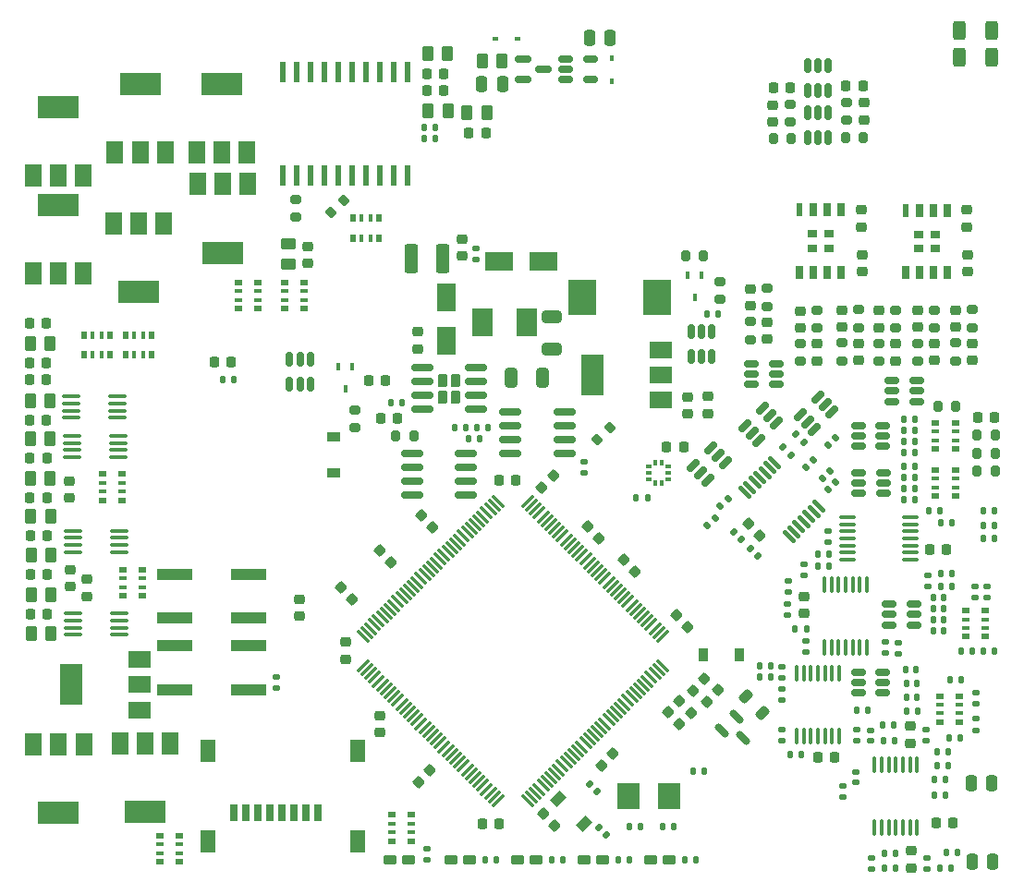
<source format=gbr>
%TF.GenerationSoftware,KiCad,Pcbnew,(6.0.1)*%
%TF.CreationDate,2023-05-16T01:36:19+01:00*%
%TF.ProjectId,polygonus-Shortage-Version,706f6c79-676f-46e7-9573-2d53686f7274,rev?*%
%TF.SameCoordinates,Original*%
%TF.FileFunction,Paste,Top*%
%TF.FilePolarity,Positive*%
%FSLAX46Y46*%
G04 Gerber Fmt 4.6, Leading zero omitted, Abs format (unit mm)*
G04 Created by KiCad (PCBNEW (6.0.1)) date 2023-05-16 01:36:19*
%MOMM*%
%LPD*%
G01*
G04 APERTURE LIST*
G04 Aperture macros list*
%AMRoundRect*
0 Rectangle with rounded corners*
0 $1 Rounding radius*
0 $2 $3 $4 $5 $6 $7 $8 $9 X,Y pos of 4 corners*
0 Add a 4 corners polygon primitive as box body*
4,1,4,$2,$3,$4,$5,$6,$7,$8,$9,$2,$3,0*
0 Add four circle primitives for the rounded corners*
1,1,$1+$1,$2,$3*
1,1,$1+$1,$4,$5*
1,1,$1+$1,$6,$7*
1,1,$1+$1,$8,$9*
0 Add four rect primitives between the rounded corners*
20,1,$1+$1,$2,$3,$4,$5,0*
20,1,$1+$1,$4,$5,$6,$7,0*
20,1,$1+$1,$6,$7,$8,$9,0*
20,1,$1+$1,$8,$9,$2,$3,0*%
%AMRotRect*
0 Rectangle, with rotation*
0 The origin of the aperture is its center*
0 $1 length*
0 $2 width*
0 $3 Rotation angle, in degrees counterclockwise*
0 Add horizontal line*
21,1,$1,$2,0,0,$3*%
G04 Aperture macros list end*
%ADD10RoundRect,0.225000X0.250000X-0.225000X0.250000X0.225000X-0.250000X0.225000X-0.250000X-0.225000X0*%
%ADD11RoundRect,0.135000X-0.135000X-0.185000X0.135000X-0.185000X0.135000X0.185000X-0.135000X0.185000X0*%
%ADD12RoundRect,0.135000X0.226274X0.035355X0.035355X0.226274X-0.226274X-0.035355X-0.035355X-0.226274X0*%
%ADD13RoundRect,0.100000X0.100000X-0.637500X0.100000X0.637500X-0.100000X0.637500X-0.100000X-0.637500X0*%
%ADD14RoundRect,0.100000X0.637500X0.100000X-0.637500X0.100000X-0.637500X-0.100000X0.637500X-0.100000X0*%
%ADD15R,0.650000X1.310000*%
%ADD16R,0.600000X1.310000*%
%ADD17R,0.900000X0.795000*%
%ADD18RoundRect,0.225000X-0.250000X0.225000X-0.250000X-0.225000X0.250000X-0.225000X0.250000X0.225000X0*%
%ADD19RoundRect,0.135000X-0.226274X-0.035355X-0.035355X-0.226274X0.226274X0.035355X0.035355X0.226274X0*%
%ADD20RoundRect,0.225000X-0.225000X-0.250000X0.225000X-0.250000X0.225000X0.250000X-0.225000X0.250000X0*%
%ADD21RoundRect,0.225000X0.017678X-0.335876X0.335876X-0.017678X-0.017678X0.335876X-0.335876X0.017678X0*%
%ADD22RoundRect,0.140000X-0.140000X-0.170000X0.140000X-0.170000X0.140000X0.170000X-0.140000X0.170000X0*%
%ADD23RoundRect,0.225000X0.335876X0.017678X0.017678X0.335876X-0.335876X-0.017678X-0.017678X-0.335876X0*%
%ADD24RoundRect,0.225000X-0.335876X-0.017678X-0.017678X-0.335876X0.335876X0.017678X0.017678X0.335876X0*%
%ADD25RoundRect,0.218750X0.424264X0.114905X0.114905X0.424264X-0.424264X-0.114905X-0.114905X-0.424264X0*%
%ADD26RoundRect,0.200000X0.200000X0.275000X-0.200000X0.275000X-0.200000X-0.275000X0.200000X-0.275000X0*%
%ADD27R,0.800000X0.500000*%
%ADD28R,0.800000X0.400000*%
%ADD29RoundRect,0.100000X0.521491X-0.380070X-0.380070X0.521491X-0.521491X0.380070X0.380070X-0.521491X0*%
%ADD30R,0.500000X0.800000*%
%ADD31R,0.400000X0.800000*%
%ADD32RoundRect,0.135000X0.135000X0.185000X-0.135000X0.185000X-0.135000X-0.185000X0.135000X-0.185000X0*%
%ADD33RoundRect,0.225000X0.225000X0.250000X-0.225000X0.250000X-0.225000X-0.250000X0.225000X-0.250000X0*%
%ADD34RoundRect,0.075000X0.521491X-0.415425X-0.415425X0.521491X-0.521491X0.415425X0.415425X-0.521491X0*%
%ADD35RoundRect,0.075000X0.521491X0.415425X0.415425X0.521491X-0.521491X-0.415425X-0.415425X-0.521491X0*%
%ADD36RoundRect,0.250000X-0.325000X-0.650000X0.325000X-0.650000X0.325000X0.650000X-0.325000X0.650000X0*%
%ADD37RoundRect,0.200000X-0.200000X-0.275000X0.200000X-0.275000X0.200000X0.275000X-0.200000X0.275000X0*%
%ADD38RoundRect,0.140000X0.140000X0.170000X-0.140000X0.170000X-0.140000X-0.170000X0.140000X-0.170000X0*%
%ADD39R,2.500000X1.800000*%
%ADD40RoundRect,0.250000X-0.262500X-0.450000X0.262500X-0.450000X0.262500X0.450000X-0.262500X0.450000X0*%
%ADD41RoundRect,0.100000X0.712500X0.100000X-0.712500X0.100000X-0.712500X-0.100000X0.712500X-0.100000X0*%
%ADD42RoundRect,0.212500X0.400000X0.212500X-0.400000X0.212500X-0.400000X-0.212500X0.400000X-0.212500X0*%
%ADD43RoundRect,0.135000X-0.185000X0.135000X-0.185000X-0.135000X0.185000X-0.135000X0.185000X0.135000X0*%
%ADD44RoundRect,0.200000X-0.275000X0.200000X-0.275000X-0.200000X0.275000X-0.200000X0.275000X0.200000X0*%
%ADD45RoundRect,0.200000X0.275000X-0.200000X0.275000X0.200000X-0.275000X0.200000X-0.275000X-0.200000X0*%
%ADD46R,1.200000X0.900000*%
%ADD47RoundRect,0.250000X0.312500X0.625000X-0.312500X0.625000X-0.312500X-0.625000X0.312500X-0.625000X0*%
%ADD48RoundRect,0.250000X-0.312500X-0.625000X0.312500X-0.625000X0.312500X0.625000X-0.312500X0.625000X0*%
%ADD49RoundRect,0.150000X0.150000X-0.512500X0.150000X0.512500X-0.150000X0.512500X-0.150000X-0.512500X0*%
%ADD50R,0.450000X0.700000*%
%ADD51RoundRect,0.135000X0.185000X-0.135000X0.185000X0.135000X-0.185000X0.135000X-0.185000X-0.135000X0*%
%ADD52R,2.500000X3.300000*%
%ADD53RoundRect,0.135000X-0.035355X0.226274X-0.226274X0.035355X0.035355X-0.226274X0.226274X-0.035355X0*%
%ADD54RoundRect,0.135000X0.035355X-0.226274X0.226274X-0.035355X-0.035355X0.226274X-0.226274X0.035355X0*%
%ADD55RoundRect,0.150000X0.512500X0.150000X-0.512500X0.150000X-0.512500X-0.150000X0.512500X-0.150000X0*%
%ADD56RoundRect,0.140000X-0.170000X0.140000X-0.170000X-0.140000X0.170000X-0.140000X0.170000X0.140000X0*%
%ADD57RoundRect,0.140000X0.170000X-0.140000X0.170000X0.140000X-0.170000X0.140000X-0.170000X-0.140000X0*%
%ADD58RoundRect,0.100000X-0.100000X0.637500X-0.100000X-0.637500X0.100000X-0.637500X0.100000X0.637500X0*%
%ADD59R,2.000000X1.500000*%
%ADD60R,2.000000X3.800000*%
%ADD61R,2.000000X2.400000*%
%ADD62RoundRect,0.230000X-0.230000X-0.375000X0.230000X-0.375000X0.230000X0.375000X-0.230000X0.375000X0*%
%ADD63RoundRect,0.150000X-0.825000X-0.150000X0.825000X-0.150000X0.825000X0.150000X-0.825000X0.150000X0*%
%ADD64R,1.800000X2.500000*%
%ADD65RoundRect,0.150000X-0.150000X0.512500X-0.150000X-0.512500X0.150000X-0.512500X0.150000X0.512500X0*%
%ADD66RoundRect,0.250000X0.375000X1.075000X-0.375000X1.075000X-0.375000X-1.075000X0.375000X-1.075000X0*%
%ADD67RoundRect,0.200000X-0.053033X0.335876X-0.335876X0.053033X0.053033X-0.335876X0.335876X-0.053033X0*%
%ADD68R,1.900000X2.500000*%
%ADD69RoundRect,0.250000X-0.650000X0.325000X-0.650000X-0.325000X0.650000X-0.325000X0.650000X0.325000X0*%
%ADD70RoundRect,0.250000X-0.250000X-0.475000X0.250000X-0.475000X0.250000X0.475000X-0.250000X0.475000X0*%
%ADD71R,0.800000X1.500000*%
%ADD72R,1.450000X2.000000*%
%ADD73RoundRect,0.250000X-0.450000X0.262500X-0.450000X-0.262500X0.450000X-0.262500X0.450000X0.262500X0*%
%ADD74RoundRect,0.150000X-0.521491X0.309359X0.309359X-0.521491X0.521491X-0.309359X-0.309359X0.521491X0*%
%ADD75RoundRect,0.100000X-0.100000X0.175000X-0.100000X-0.175000X0.100000X-0.175000X0.100000X0.175000X0*%
%ADD76RoundRect,0.100000X-0.175000X0.100000X-0.175000X-0.100000X0.175000X-0.100000X0.175000X0.100000X0*%
%ADD77R,3.200000X1.000000*%
%ADD78R,0.900000X1.200000*%
%ADD79RotRect,0.900000X1.200000X315.000000*%
%ADD80R,0.450000X0.600000*%
%ADD81RoundRect,0.150000X-0.512500X-0.150000X0.512500X-0.150000X0.512500X0.150000X-0.512500X0.150000X0*%
%ADD82R,1.500000X2.000000*%
%ADD83R,3.800000X2.000000*%
%ADD84RoundRect,0.150000X0.256326X0.468458X-0.468458X-0.256326X-0.256326X-0.468458X0.468458X0.256326X0*%
%ADD85R,0.550000X1.950000*%
%ADD86RoundRect,0.200000X0.053033X-0.335876X0.335876X-0.053033X-0.053033X0.335876X-0.335876X0.053033X0*%
%ADD87RoundRect,0.250000X0.250000X0.475000X-0.250000X0.475000X-0.250000X-0.475000X0.250000X-0.475000X0*%
%ADD88RoundRect,0.150000X-0.587500X-0.150000X0.587500X-0.150000X0.587500X0.150000X-0.587500X0.150000X0*%
%ADD89R,0.600000X0.450000*%
%ADD90RoundRect,0.150000X0.825000X0.150000X-0.825000X0.150000X-0.825000X-0.150000X0.825000X-0.150000X0*%
G04 APERTURE END LIST*
D10*
%TO.C,C2*%
X140279326Y-82139052D03*
X140279326Y-80589052D03*
%TD*%
D11*
%TO.C,R76*%
X151406975Y-106610683D03*
X152426975Y-106610683D03*
%TD*%
%TO.C,R77*%
X151418194Y-105421414D03*
X152438194Y-105421414D03*
%TD*%
%TO.C,R78*%
X151395755Y-104030194D03*
X152415755Y-104030194D03*
%TD*%
D12*
%TO.C,R4*%
X116838124Y-133803124D03*
X116116876Y-133081876D03*
%TD*%
D13*
%TO.C,U19*%
X136816000Y-116556500D03*
X137466000Y-116556500D03*
X138116000Y-116556500D03*
X138766000Y-116556500D03*
X139416000Y-116556500D03*
X140066000Y-116556500D03*
X140716000Y-116556500D03*
X140716000Y-110831500D03*
X140066000Y-110831500D03*
X139416000Y-110831500D03*
X138766000Y-110831500D03*
X138116000Y-110831500D03*
X137466000Y-110831500D03*
X136816000Y-110831500D03*
%TD*%
D14*
%TO.C,U21*%
X144676500Y-108532000D03*
X144676500Y-107882000D03*
X144676500Y-107232000D03*
X144676500Y-106582000D03*
X144676500Y-105932000D03*
X144676500Y-105282000D03*
X144676500Y-104632000D03*
X138951500Y-104632000D03*
X138951500Y-105282000D03*
X138951500Y-105932000D03*
X138951500Y-106582000D03*
X138951500Y-107232000D03*
X138951500Y-107882000D03*
X138951500Y-108532000D03*
%TD*%
D15*
%TO.C,U1*%
X148090671Y-76525877D03*
X146820671Y-76525877D03*
X145550671Y-76525877D03*
D16*
X144280671Y-76525877D03*
D15*
X144280671Y-82215877D03*
X145550671Y-82215877D03*
X146820671Y-82215877D03*
X148090671Y-82215877D03*
D17*
X146935671Y-78708377D03*
X145435671Y-80033377D03*
X146935671Y-80033377D03*
X145435671Y-78708377D03*
%TD*%
D15*
%TO.C,U2*%
X138359142Y-76488011D03*
X137089142Y-76488011D03*
X135819142Y-76488011D03*
D16*
X134549142Y-76488011D03*
D15*
X134549142Y-82178011D03*
X135819142Y-82178011D03*
X137089142Y-82178011D03*
X138359142Y-82178011D03*
D17*
X137204142Y-79995511D03*
X135704142Y-78670511D03*
X135704142Y-79995511D03*
X137204142Y-78670511D03*
%TD*%
D18*
%TO.C,C3*%
X149815912Y-76489231D03*
X149815912Y-78039231D03*
%TD*%
D10*
%TO.C,C5*%
X149970368Y-82112502D03*
X149970368Y-80562502D03*
%TD*%
D18*
%TO.C,C9*%
X140172736Y-76472402D03*
X140172736Y-78022402D03*
%TD*%
D19*
%TO.C,R1*%
X115291376Y-129081376D03*
X116012624Y-129802624D03*
%TD*%
D20*
%TO.C,C46*%
X136213000Y-126648000D03*
X137763000Y-126648000D03*
%TD*%
D10*
%TO.C,C51*%
X134956000Y-113453000D03*
X134956000Y-111903000D03*
%TD*%
D20*
%TO.C,C56*%
X146470266Y-107582392D03*
X148020266Y-107582392D03*
%TD*%
D21*
%TO.C,C77*%
X110912992Y-101923008D03*
X112009008Y-100826992D03*
%TD*%
D22*
%TO.C,C74*%
X118982000Y-132998000D03*
X119942000Y-132998000D03*
%TD*%
D20*
%TO.C,C61*%
X107003000Y-101248000D03*
X108553000Y-101248000D03*
%TD*%
D23*
%TO.C,C64*%
X123566008Y-123640008D03*
X122469992Y-122543992D03*
%TD*%
%TO.C,C65*%
X124328008Y-114750008D03*
X123231992Y-113653992D03*
%TD*%
D24*
%TO.C,C66*%
X99863992Y-104509992D03*
X100960008Y-105606008D03*
%TD*%
D21*
%TO.C,C81*%
X124755992Y-120592008D03*
X125852008Y-119495992D03*
%TD*%
%TO.C,C82*%
X126025992Y-121608008D03*
X127122008Y-120511992D03*
%TD*%
D23*
%TO.C,C40*%
X130932008Y-106368008D03*
X129835992Y-105271992D03*
%TD*%
D25*
%TO.C,FB1*%
X131135301Y-122573301D03*
X129632699Y-121070699D03*
%TD*%
D11*
%TO.C,R75*%
X147478315Y-109819465D03*
X148498315Y-109819465D03*
%TD*%
%TO.C,R89*%
X124794000Y-127918000D03*
X125814000Y-127918000D03*
%TD*%
D26*
%TO.C,R39*%
X152479537Y-100370684D03*
X150829537Y-100370684D03*
%TD*%
%TO.C,R40*%
X152445878Y-98788732D03*
X150795878Y-98788732D03*
%TD*%
%TO.C,R41*%
X152457098Y-97128243D03*
X150807098Y-97128243D03*
%TD*%
%TO.C,R42*%
X148862000Y-94517000D03*
X147212000Y-94517000D03*
%TD*%
D27*
%TO.C,RN2*%
X149163074Y-123430926D03*
D28*
X149163074Y-122630926D03*
X149163074Y-121830926D03*
D27*
X149163074Y-121030926D03*
X147363074Y-121030926D03*
D28*
X147363074Y-121830926D03*
X147363074Y-122630926D03*
D27*
X147363074Y-123430926D03*
%TD*%
%TO.C,RN3*%
X151577709Y-115605074D03*
D28*
X151577709Y-114805074D03*
X151577709Y-114005074D03*
D27*
X151577709Y-113205074D03*
X149777709Y-113205074D03*
D28*
X149777709Y-114005074D03*
X149777709Y-114805074D03*
D27*
X149777709Y-115605074D03*
%TD*%
%TO.C,RN4*%
X148810000Y-102702000D03*
D28*
X148810000Y-101902000D03*
X148810000Y-101102000D03*
D27*
X148810000Y-100302000D03*
X147010000Y-100302000D03*
D28*
X147010000Y-101102000D03*
X147010000Y-101902000D03*
D27*
X147010000Y-102702000D03*
%TD*%
%TO.C,RN1*%
X148810000Y-98384000D03*
D28*
X148810000Y-97584000D03*
X148810000Y-96784000D03*
D27*
X148810000Y-95984000D03*
X147010000Y-95984000D03*
D28*
X147010000Y-96784000D03*
X147010000Y-97584000D03*
D27*
X147010000Y-98384000D03*
%TD*%
D29*
%TO.C,U15*%
X133569235Y-106428951D03*
X134028854Y-105969332D03*
X134488474Y-105509713D03*
X134948093Y-105050093D03*
X135407713Y-104590474D03*
X135867332Y-104130854D03*
X136326951Y-103671235D03*
X132278765Y-99623049D03*
X131819146Y-100082668D03*
X131359526Y-100542287D03*
X130899907Y-101001907D03*
X130440287Y-101461526D03*
X129980668Y-101921146D03*
X129521049Y-102380765D03*
%TD*%
D20*
%TO.C,C83*%
X80938462Y-90384858D03*
X82488462Y-90384858D03*
%TD*%
D11*
%TO.C,R98*%
X81676730Y-92033125D03*
X82696730Y-92033125D03*
%TD*%
D18*
%TO.C,C85*%
X89494413Y-79815297D03*
X89494413Y-81365297D03*
%TD*%
D20*
%TO.C,C86*%
X104247164Y-69398713D03*
X105797164Y-69398713D03*
%TD*%
D30*
%TO.C,RN11*%
X96026175Y-77253732D03*
D31*
X95226175Y-77253732D03*
X94426175Y-77253732D03*
D30*
X93626175Y-77253732D03*
X93626175Y-79053732D03*
D31*
X94426175Y-79053732D03*
X95226175Y-79053732D03*
D30*
X96026175Y-79053732D03*
%TD*%
D18*
%TO.C,C84*%
X126130133Y-93586905D03*
X126130133Y-95136905D03*
%TD*%
D32*
%TO.C,R97*%
X127084000Y-86008000D03*
X126064000Y-86008000D03*
%TD*%
D13*
%TO.C,U17*%
X134276000Y-124684500D03*
X134926000Y-124684500D03*
X135576000Y-124684500D03*
X136226000Y-124684500D03*
X136876000Y-124684500D03*
X137526000Y-124684500D03*
X138176000Y-124684500D03*
X138176000Y-118959500D03*
X137526000Y-118959500D03*
X136876000Y-118959500D03*
X136226000Y-118959500D03*
X135576000Y-118959500D03*
X134926000Y-118959500D03*
X134276000Y-118959500D03*
%TD*%
D24*
%TO.C,C67*%
X96053992Y-107710392D03*
X97150008Y-108806408D03*
%TD*%
D23*
%TO.C,C68*%
X119502008Y-109670008D03*
X118405992Y-108573992D03*
%TD*%
D18*
%TO.C,C69*%
X96094000Y-122825000D03*
X96094000Y-124375000D03*
%TD*%
D33*
%TO.C,C71*%
X107029000Y-132744000D03*
X105479000Y-132744000D03*
%TD*%
D10*
%TO.C,C73*%
X92919000Y-117644000D03*
X92919000Y-116094000D03*
%TD*%
D21*
%TO.C,C76*%
X116373992Y-127450008D03*
X117470008Y-126353992D03*
%TD*%
D34*
%TO.C,U26*%
X109628342Y-130644710D03*
X109981895Y-130291157D03*
X110335449Y-129937604D03*
X110689002Y-129584050D03*
X111042555Y-129230497D03*
X111396109Y-128876943D03*
X111749662Y-128523390D03*
X112103215Y-128169837D03*
X112456769Y-127816283D03*
X112810322Y-127462730D03*
X113163876Y-127109176D03*
X113517429Y-126755623D03*
X113870982Y-126402070D03*
X114224536Y-126048516D03*
X114578089Y-125694963D03*
X114931643Y-125341410D03*
X115285196Y-124987856D03*
X115638749Y-124634303D03*
X115992303Y-124280749D03*
X116345856Y-123927196D03*
X116699410Y-123573643D03*
X117052963Y-123220089D03*
X117406516Y-122866536D03*
X117760070Y-122512982D03*
X118113623Y-122159429D03*
X118467176Y-121805876D03*
X118820730Y-121452322D03*
X119174283Y-121098769D03*
X119527837Y-120745215D03*
X119881390Y-120391662D03*
X120234943Y-120038109D03*
X120588497Y-119684555D03*
X120942050Y-119331002D03*
X121295604Y-118977449D03*
X121649157Y-118623895D03*
X122002710Y-118270342D03*
D35*
X122002710Y-115565658D03*
X121649157Y-115212105D03*
X121295604Y-114858551D03*
X120942050Y-114504998D03*
X120588497Y-114151445D03*
X120234943Y-113797891D03*
X119881390Y-113444338D03*
X119527837Y-113090785D03*
X119174283Y-112737231D03*
X118820730Y-112383678D03*
X118467176Y-112030124D03*
X118113623Y-111676571D03*
X117760070Y-111323018D03*
X117406516Y-110969464D03*
X117052963Y-110615911D03*
X116699410Y-110262357D03*
X116345856Y-109908804D03*
X115992303Y-109555251D03*
X115638749Y-109201697D03*
X115285196Y-108848144D03*
X114931643Y-108494590D03*
X114578089Y-108141037D03*
X114224536Y-107787484D03*
X113870982Y-107433930D03*
X113517429Y-107080377D03*
X113163876Y-106726824D03*
X112810322Y-106373270D03*
X112456769Y-106019717D03*
X112103215Y-105666163D03*
X111749662Y-105312610D03*
X111396109Y-104959057D03*
X111042555Y-104605503D03*
X110689002Y-104251950D03*
X110335449Y-103898396D03*
X109981895Y-103544843D03*
X109628342Y-103191290D03*
D34*
X106923658Y-103191290D03*
X106570105Y-103544843D03*
X106216551Y-103898396D03*
X105862998Y-104251950D03*
X105509445Y-104605503D03*
X105155891Y-104959057D03*
X104802338Y-105312610D03*
X104448785Y-105666163D03*
X104095231Y-106019717D03*
X103741678Y-106373270D03*
X103388124Y-106726824D03*
X103034571Y-107080377D03*
X102681018Y-107433930D03*
X102327464Y-107787484D03*
X101973911Y-108141037D03*
X101620357Y-108494590D03*
X101266804Y-108848144D03*
X100913251Y-109201697D03*
X100559697Y-109555251D03*
X100206144Y-109908804D03*
X99852590Y-110262357D03*
X99499037Y-110615911D03*
X99145484Y-110969464D03*
X98791930Y-111323018D03*
X98438377Y-111676571D03*
X98084824Y-112030124D03*
X97731270Y-112383678D03*
X97377717Y-112737231D03*
X97024163Y-113090785D03*
X96670610Y-113444338D03*
X96317057Y-113797891D03*
X95963503Y-114151445D03*
X95609950Y-114504998D03*
X95256396Y-114858551D03*
X94902843Y-115212105D03*
X94549290Y-115565658D03*
D35*
X94549290Y-118270342D03*
X94902843Y-118623895D03*
X95256396Y-118977449D03*
X95609950Y-119331002D03*
X95963503Y-119684555D03*
X96317057Y-120038109D03*
X96670610Y-120391662D03*
X97024163Y-120745215D03*
X97377717Y-121098769D03*
X97731270Y-121452322D03*
X98084824Y-121805876D03*
X98438377Y-122159429D03*
X98791930Y-122512982D03*
X99145484Y-122866536D03*
X99499037Y-123220089D03*
X99852590Y-123573643D03*
X100206144Y-123927196D03*
X100559697Y-124280749D03*
X100913251Y-124634303D03*
X101266804Y-124987856D03*
X101620357Y-125341410D03*
X101973911Y-125694963D03*
X102327464Y-126048516D03*
X102681018Y-126402070D03*
X103034571Y-126755623D03*
X103388124Y-127109176D03*
X103741678Y-127462730D03*
X104095231Y-127816283D03*
X104448785Y-128169837D03*
X104802338Y-128523390D03*
X105155891Y-128876943D03*
X105509445Y-129230497D03*
X105862998Y-129584050D03*
X106216551Y-129937604D03*
X106570105Y-130291157D03*
X106923658Y-130644710D03*
%TD*%
D33*
%TO.C,C7*%
X96615000Y-92104000D03*
X95065000Y-92104000D03*
%TD*%
D36*
%TO.C,C12*%
X108081000Y-91850000D03*
X111031000Y-91850000D03*
%TD*%
D37*
%TO.C,R9*%
X124098000Y-80674000D03*
X125748000Y-80674000D03*
%TD*%
D38*
%TO.C,C75*%
X122990000Y-132998000D03*
X122030000Y-132998000D03*
%TD*%
D23*
%TO.C,C62*%
X116200008Y-106622008D03*
X115103992Y-105525992D03*
%TD*%
D27*
%TO.C,RN10*%
X77714751Y-136243729D03*
D28*
X77714751Y-135443729D03*
X77714751Y-134643729D03*
D27*
X77714751Y-133843729D03*
X75914751Y-133843729D03*
D28*
X75914751Y-134643729D03*
X75914751Y-135443729D03*
D27*
X75914751Y-136243729D03*
%TD*%
D30*
%TO.C,RN6*%
X72803547Y-89770414D03*
D31*
X73603547Y-89770414D03*
X74403547Y-89770414D03*
D30*
X75203547Y-89770414D03*
X75203547Y-87970414D03*
D31*
X74403547Y-87970414D03*
X73603547Y-87970414D03*
D30*
X72803547Y-87970414D03*
%TD*%
%TO.C,RN8*%
X68983013Y-89770414D03*
D31*
X69783013Y-89770414D03*
X70583013Y-89770414D03*
D30*
X71383013Y-89770414D03*
X71383013Y-87970414D03*
D31*
X70583013Y-87970414D03*
X69783013Y-87970414D03*
D30*
X68983013Y-87970414D03*
%TD*%
D10*
%TO.C,C4*%
X103587000Y-80687000D03*
X103587000Y-79137000D03*
%TD*%
D39*
%TO.C,D2*%
X107048000Y-81182000D03*
X111048000Y-81182000D03*
%TD*%
D27*
%TO.C,RN5*%
X89168921Y-85521111D03*
D28*
X89168921Y-84721111D03*
X89168921Y-83921111D03*
D27*
X89168921Y-83121111D03*
X87368921Y-83121111D03*
D28*
X87368921Y-83921111D03*
X87368921Y-84721111D03*
D27*
X87368921Y-85521111D03*
%TD*%
%TO.C,RN7*%
X84900059Y-85521111D03*
D28*
X84900059Y-84721111D03*
X84900059Y-83921111D03*
D27*
X84900059Y-83121111D03*
X83100059Y-83121111D03*
D28*
X83100059Y-83921111D03*
X83100059Y-84721111D03*
D27*
X83100059Y-85521111D03*
%TD*%
%TO.C,RN9*%
X97208197Y-131943853D03*
D28*
X97208197Y-132743853D03*
X97208197Y-133543853D03*
D27*
X97208197Y-134343853D03*
X99008197Y-134343853D03*
D28*
X99008197Y-133543853D03*
X99008197Y-132743853D03*
D27*
X99008197Y-131943853D03*
%TD*%
D10*
%TO.C,C91*%
X67693944Y-111022409D03*
X67693944Y-109472409D03*
%TD*%
D20*
%TO.C,C93*%
X64087605Y-113499835D03*
X65637605Y-113499835D03*
%TD*%
%TO.C,C94*%
X64087605Y-109926207D03*
X65637605Y-109926207D03*
%TD*%
D18*
%TO.C,C92*%
X69233852Y-110344871D03*
X69233852Y-111894871D03*
%TD*%
D20*
%TO.C,C95*%
X64074610Y-106378569D03*
X65624610Y-106378569D03*
%TD*%
%TO.C,C96*%
X64035625Y-102830930D03*
X65585625Y-102830930D03*
%TD*%
D10*
%TO.C,C97*%
X67647411Y-102854419D03*
X67647411Y-101304419D03*
%TD*%
D20*
%TO.C,C99*%
X64030925Y-99257302D03*
X65580925Y-99257302D03*
%TD*%
%TO.C,C100*%
X64004935Y-95722659D03*
X65554935Y-95722659D03*
%TD*%
%TO.C,C98*%
X63990668Y-86902919D03*
X65540668Y-86902919D03*
%TD*%
%TO.C,C101*%
X63996640Y-92072110D03*
X65546640Y-92072110D03*
%TD*%
%TO.C,C102*%
X63978945Y-90512709D03*
X65528945Y-90512709D03*
%TD*%
D40*
%TO.C,R108*%
X64145031Y-115280152D03*
X65970031Y-115280152D03*
%TD*%
%TO.C,R109*%
X64145031Y-111719518D03*
X65970031Y-111719518D03*
%TD*%
%TO.C,R110*%
X64132036Y-108158885D03*
X65957036Y-108158885D03*
%TD*%
%TO.C,R111*%
X64121890Y-104598252D03*
X65946890Y-104598252D03*
%TD*%
%TO.C,R112*%
X64082905Y-101050614D03*
X65907905Y-101050614D03*
%TD*%
%TO.C,R113*%
X64080056Y-97476986D03*
X65905056Y-97476986D03*
%TD*%
%TO.C,R114*%
X64069910Y-93943392D03*
X65894910Y-93943392D03*
%TD*%
%TO.C,R115*%
X64048093Y-88696231D03*
X65873093Y-88696231D03*
%TD*%
D41*
%TO.C,U42*%
X72243008Y-115432792D03*
X72243008Y-114782792D03*
X72243008Y-114132792D03*
X72243008Y-113482792D03*
X68018008Y-113482792D03*
X68018008Y-114132792D03*
X68018008Y-114782792D03*
X68018008Y-115432792D03*
%TD*%
%TO.C,U43*%
X72243008Y-107850203D03*
X72243008Y-107200203D03*
X72243008Y-106550203D03*
X72243008Y-105900203D03*
X68018008Y-105900203D03*
X68018008Y-106550203D03*
X68018008Y-107200203D03*
X68018008Y-107850203D03*
%TD*%
%TO.C,U44*%
X72157730Y-99145795D03*
X72157730Y-98495795D03*
X72157730Y-97845795D03*
X72157730Y-97195795D03*
X67932730Y-97195795D03*
X67932730Y-97845795D03*
X67932730Y-98495795D03*
X67932730Y-99145795D03*
%TD*%
%TO.C,U45*%
X72074073Y-95540053D03*
X72074073Y-94890053D03*
X72074073Y-94240053D03*
X72074073Y-93590053D03*
X67849073Y-93590053D03*
X67849073Y-94240053D03*
X67849073Y-94890053D03*
X67849073Y-95540053D03*
%TD*%
D42*
%TO.C,D9*%
X98684500Y-136046000D03*
X97059500Y-136046000D03*
%TD*%
D43*
%TO.C,R91*%
X100412000Y-135028000D03*
X100412000Y-136048000D03*
%TD*%
D27*
%TO.C,RN12*%
X74340463Y-111864298D03*
D28*
X74340463Y-111064298D03*
X74340463Y-110264298D03*
D27*
X74340463Y-109464298D03*
X72540463Y-109464298D03*
D28*
X72540463Y-110264298D03*
X72540463Y-111064298D03*
D27*
X72540463Y-111864298D03*
%TD*%
%TO.C,RN13*%
X70692447Y-100694240D03*
D28*
X70692447Y-101494240D03*
X70692447Y-102294240D03*
D27*
X70692447Y-103094240D03*
X72492447Y-103094240D03*
D28*
X72492447Y-102294240D03*
X72492447Y-101494240D03*
D27*
X72492447Y-100694240D03*
%TD*%
D10*
%TO.C,C28*%
X138445903Y-87221526D03*
X138445903Y-85671526D03*
%TD*%
%TO.C,C35*%
X131595940Y-88309373D03*
X131595940Y-86759373D03*
%TD*%
%TO.C,C30*%
X143368196Y-90313500D03*
X143368196Y-88763500D03*
%TD*%
%TO.C,C25*%
X148832828Y-87227287D03*
X148832828Y-85677287D03*
%TD*%
%TO.C,C31*%
X150356828Y-90275287D03*
X150356828Y-88725287D03*
%TD*%
%TO.C,C26*%
X145356632Y-87243294D03*
X145356632Y-85693294D03*
%TD*%
%TO.C,C32*%
X146880632Y-90291294D03*
X146880632Y-88741294D03*
%TD*%
%TO.C,C27*%
X134625131Y-87274915D03*
X134625131Y-85724915D03*
%TD*%
%TO.C,C33*%
X136157702Y-90313175D03*
X136157702Y-88763175D03*
%TD*%
D44*
%TO.C,R27*%
X139969903Y-85621526D03*
X139969903Y-87271526D03*
%TD*%
D45*
%TO.C,R33*%
X138445903Y-90319526D03*
X138445903Y-88669526D03*
%TD*%
D44*
%TO.C,R28*%
X131595940Y-83661373D03*
X131595940Y-85311373D03*
%TD*%
D45*
%TO.C,R34*%
X130071940Y-88359373D03*
X130071940Y-86709373D03*
%TD*%
D44*
%TO.C,R23*%
X143368196Y-85665500D03*
X143368196Y-87315500D03*
%TD*%
D45*
%TO.C,R29*%
X141844196Y-90363500D03*
X141844196Y-88713500D03*
%TD*%
D44*
%TO.C,R24*%
X150356828Y-85627287D03*
X150356828Y-87277287D03*
%TD*%
D45*
%TO.C,R30*%
X148832828Y-90325287D03*
X148832828Y-88675287D03*
%TD*%
D44*
%TO.C,R25*%
X146880632Y-85643294D03*
X146880632Y-87293294D03*
%TD*%
D45*
%TO.C,R31*%
X145356632Y-90341294D03*
X145356632Y-88691294D03*
%TD*%
D44*
%TO.C,R26*%
X136157702Y-85665175D03*
X136157702Y-87315175D03*
%TD*%
D20*
%TO.C,C41*%
X150879537Y-95467754D03*
X152429537Y-95467754D03*
%TD*%
D45*
%TO.C,R32*%
X134633702Y-90363175D03*
X134633702Y-88713175D03*
%TD*%
D10*
%TO.C,C24*%
X141844196Y-87265500D03*
X141844196Y-85715500D03*
%TD*%
%TO.C,C29*%
X130071940Y-85261373D03*
X130071940Y-83711373D03*
%TD*%
%TO.C,C34*%
X139969903Y-90269526D03*
X139969903Y-88719526D03*
%TD*%
D23*
%TO.C,C78*%
X93594008Y-112210008D03*
X92497992Y-111113992D03*
%TD*%
D21*
%TO.C,C72*%
X99609992Y-128974008D03*
X100706008Y-127877992D03*
%TD*%
D46*
%TO.C,D14*%
X91873462Y-100575405D03*
X91873462Y-97275405D03*
%TD*%
D47*
%TO.C,F2*%
X152110448Y-60060439D03*
X149185448Y-60060439D03*
%TD*%
D48*
%TO.C,F1*%
X149185448Y-62483854D03*
X152110448Y-62483854D03*
%TD*%
D42*
%TO.C,D10*%
X104272500Y-136046000D03*
X102647500Y-136046000D03*
%TD*%
%TO.C,D11*%
X110368500Y-136046000D03*
X108743500Y-136046000D03*
%TD*%
%TO.C,D12*%
X116464500Y-136046000D03*
X114839500Y-136046000D03*
%TD*%
%TO.C,D13*%
X122560500Y-136046000D03*
X120935500Y-136046000D03*
%TD*%
D32*
%TO.C,R92*%
X106764000Y-136046000D03*
X105744000Y-136046000D03*
%TD*%
%TO.C,R93*%
X112860000Y-136046000D03*
X111840000Y-136046000D03*
%TD*%
%TO.C,R94*%
X118956000Y-136046000D03*
X117936000Y-136046000D03*
%TD*%
%TO.C,R95*%
X125052000Y-136046000D03*
X124032000Y-136046000D03*
%TD*%
D49*
%TO.C,U27*%
X87825201Y-92475917D03*
X88775201Y-92475917D03*
X89725201Y-92475917D03*
X89725201Y-90200917D03*
X88775201Y-90200917D03*
X87825201Y-90200917D03*
%TD*%
D50*
%TO.C,D4*%
X125573000Y-82468000D03*
X124273000Y-82468000D03*
X124923000Y-84468000D03*
%TD*%
D51*
%TO.C,R90*%
X86569000Y-120300000D03*
X86569000Y-119280000D03*
%TD*%
D10*
%TO.C,C79*%
X88728000Y-113707000D03*
X88728000Y-112157000D03*
%TD*%
D52*
%TO.C,D1*%
X114665000Y-84484000D03*
X121465000Y-84484000D03*
%TD*%
D38*
%TO.C,C47*%
X145326731Y-122432877D03*
X144366731Y-122432877D03*
%TD*%
%TO.C,C48*%
X145289333Y-121165643D03*
X144329333Y-121165643D03*
%TD*%
%TO.C,C49*%
X145289333Y-119916537D03*
X144329333Y-119916537D03*
%TD*%
%TO.C,C50*%
X145224535Y-118648731D03*
X144264535Y-118648731D03*
%TD*%
%TO.C,C52*%
X147727414Y-115087709D03*
X146767414Y-115087709D03*
%TD*%
%TO.C,C53*%
X147727414Y-114071709D03*
X146767414Y-114071709D03*
%TD*%
%TO.C,C54*%
X147727414Y-113055709D03*
X146767414Y-113055709D03*
%TD*%
%TO.C,C55*%
X147727414Y-112039709D03*
X146767414Y-112039709D03*
%TD*%
%TO.C,C57*%
X145088000Y-103026000D03*
X144128000Y-103026000D03*
%TD*%
%TO.C,C58*%
X145088000Y-102010000D03*
X144128000Y-102010000D03*
%TD*%
%TO.C,C59*%
X145088000Y-100994000D03*
X144128000Y-100994000D03*
%TD*%
%TO.C,C60*%
X145088000Y-99978000D03*
X144128000Y-99978000D03*
%TD*%
%TO.C,C42*%
X145088000Y-98708000D03*
X144128000Y-98708000D03*
%TD*%
%TO.C,C43*%
X145088000Y-97692000D03*
X144128000Y-97692000D03*
%TD*%
%TO.C,C44*%
X145088000Y-96676000D03*
X144128000Y-96676000D03*
%TD*%
%TO.C,C45*%
X145088000Y-95660000D03*
X144128000Y-95660000D03*
%TD*%
D43*
%TO.C,R56*%
X139782000Y-124106000D03*
X139782000Y-125126000D03*
%TD*%
D11*
%TO.C,R57*%
X130890000Y-118266000D03*
X131910000Y-118266000D03*
%TD*%
D43*
%TO.C,R59*%
X132924000Y-124106000D03*
X132924000Y-125126000D03*
%TD*%
D32*
%TO.C,R60*%
X140800000Y-122330000D03*
X139780000Y-122330000D03*
%TD*%
%TO.C,R61*%
X131910000Y-119282000D03*
X130890000Y-119282000D03*
%TD*%
D51*
%TO.C,R62*%
X132924000Y-121443000D03*
X132924000Y-120423000D03*
%TD*%
D43*
%TO.C,R68*%
X142446249Y-116104831D03*
X142446249Y-117124831D03*
%TD*%
D51*
%TO.C,R69*%
X133486083Y-111523977D03*
X133486083Y-110503977D03*
%TD*%
D43*
%TO.C,R70*%
X134946598Y-108930464D03*
X134946598Y-109950464D03*
%TD*%
D11*
%TO.C,R71*%
X134146812Y-114858976D03*
X135166812Y-114858976D03*
%TD*%
D51*
%TO.C,R72*%
X143624298Y-117141660D03*
X143624298Y-116121660D03*
%TD*%
%TO.C,R73*%
X133467834Y-113604421D03*
X133467834Y-112584421D03*
%TD*%
D32*
%TO.C,R74*%
X137244000Y-109122000D03*
X136224000Y-109122000D03*
%TD*%
D51*
%TO.C,R79*%
X146264779Y-110984586D03*
X146264779Y-109964586D03*
%TD*%
D32*
%TO.C,R80*%
X147404000Y-104042000D03*
X146384000Y-104042000D03*
%TD*%
D19*
%TO.C,R81*%
X130023376Y-107491376D03*
X130744624Y-108212624D03*
%TD*%
D11*
%TO.C,R82*%
X136233643Y-107994423D03*
X137253643Y-107994423D03*
%TD*%
D32*
%TO.C,R83*%
X148491366Y-110968245D03*
X147471366Y-110968245D03*
%TD*%
%TO.C,R84*%
X148518193Y-105125318D03*
X147498193Y-105125318D03*
%TD*%
D19*
%TO.C,R85*%
X128499376Y-105967376D03*
X129220624Y-106688624D03*
%TD*%
D43*
%TO.C,R86*%
X137181853Y-105926157D03*
X137181853Y-106946157D03*
%TD*%
D53*
%TO.C,R43*%
X135824624Y-99363376D03*
X135103376Y-100084624D03*
%TD*%
%TO.C,R44*%
X137348624Y-100379376D03*
X136627376Y-101100624D03*
%TD*%
D19*
%TO.C,R45*%
X133006593Y-98239818D03*
X133727841Y-98961066D03*
%TD*%
D54*
%TO.C,R46*%
X127269517Y-103671077D03*
X127990765Y-102949829D03*
%TD*%
D53*
%TO.C,R47*%
X137856624Y-97331376D03*
X137135376Y-98052624D03*
%TD*%
D54*
%TO.C,R48*%
X137135376Y-102116624D03*
X137856624Y-101395376D03*
%TD*%
%TO.C,R50*%
X126101602Y-105418625D03*
X126822850Y-104697377D03*
%TD*%
D11*
%TO.C,R63*%
X151388198Y-116951416D03*
X152408198Y-116951416D03*
%TD*%
D32*
%TO.C,R54*%
X149382096Y-119568732D03*
X148362096Y-119568732D03*
%TD*%
D51*
%TO.C,R66*%
X151681365Y-111987512D03*
X151681365Y-110967512D03*
%TD*%
%TO.C,R65*%
X150626730Y-111979383D03*
X150626730Y-110959383D03*
%TD*%
D32*
%TO.C,R64*%
X150355026Y-116934587D03*
X149335026Y-116934587D03*
%TD*%
D51*
%TO.C,R53*%
X150723317Y-121772879D03*
X150723317Y-120752879D03*
%TD*%
D43*
%TO.C,R52*%
X150712097Y-123142636D03*
X150712097Y-124162636D03*
%TD*%
D32*
%TO.C,R51*%
X149258682Y-124920442D03*
X148238682Y-124920442D03*
%TD*%
D55*
%TO.C,U18*%
X142189500Y-120740000D03*
X142189500Y-119790000D03*
X142189500Y-118840000D03*
X139914500Y-118840000D03*
X139914500Y-119790000D03*
X139914500Y-120740000D03*
%TD*%
%TO.C,U20*%
X145014237Y-114518731D03*
X145014237Y-113568731D03*
X145014237Y-112618731D03*
X142739237Y-112618731D03*
X142739237Y-113568731D03*
X142739237Y-114518731D03*
%TD*%
%TO.C,U22*%
X142243517Y-102469472D03*
X142243517Y-101519472D03*
X142243517Y-100569472D03*
X139968517Y-100569472D03*
X139968517Y-101519472D03*
X139968517Y-102469472D03*
%TD*%
%TO.C,U16*%
X142189500Y-98134000D03*
X142189500Y-97184000D03*
X142189500Y-96234000D03*
X139914500Y-96234000D03*
X139914500Y-97184000D03*
X139914500Y-98134000D03*
%TD*%
D51*
%TO.C,R58*%
X132924000Y-119411000D03*
X132924000Y-118391000D03*
%TD*%
D19*
%TO.C,R49*%
X134224032Y-97059504D03*
X134945280Y-97780752D03*
%TD*%
D43*
%TO.C,R67*%
X135090634Y-115987026D03*
X135090634Y-117007026D03*
%TD*%
D11*
%TO.C,R55*%
X133684000Y-126394000D03*
X134704000Y-126394000D03*
%TD*%
D56*
%TO.C,C20*%
X141020875Y-124184340D03*
X141020875Y-125144340D03*
%TD*%
D57*
%TO.C,C21*%
X141124942Y-136882551D03*
X141124942Y-135922551D03*
%TD*%
D11*
%TO.C,R19*%
X142182584Y-123699462D03*
X143202584Y-123699462D03*
%TD*%
%TO.C,R20*%
X142282910Y-136843852D03*
X143302910Y-136843852D03*
%TD*%
%TO.C,R21*%
X142272340Y-125124340D03*
X143292340Y-125124340D03*
%TD*%
%TO.C,R22*%
X142305349Y-135482551D03*
X143325349Y-135482551D03*
%TD*%
D58*
%TO.C,U7*%
X145316976Y-127343060D03*
X144666976Y-127343060D03*
X144016976Y-127343060D03*
X143366976Y-127343060D03*
X142716976Y-127343060D03*
X142066976Y-127343060D03*
X141416976Y-127343060D03*
X141416976Y-133068060D03*
X142066976Y-133068060D03*
X142716976Y-133068060D03*
X143366976Y-133068060D03*
X144016976Y-133068060D03*
X144666976Y-133068060D03*
X145316976Y-133068060D03*
%TD*%
D18*
%TO.C,C14*%
X124288000Y-93615000D03*
X124288000Y-95165000D03*
%TD*%
D51*
%TO.C,R2*%
X104857000Y-81057000D03*
X104857000Y-80037000D03*
%TD*%
D59*
%TO.C,U6*%
X121850000Y-93896000D03*
D60*
X115550000Y-91596000D03*
D59*
X121850000Y-91596000D03*
X121850000Y-89296000D03*
%TD*%
D61*
%TO.C,Y1*%
X118858007Y-130183893D03*
X122558007Y-130183893D03*
%TD*%
D33*
%TO.C,C8*%
X97693333Y-95620449D03*
X96143333Y-95620449D03*
%TD*%
D10*
%TO.C,C10*%
X99523000Y-89196000D03*
X99523000Y-87646000D03*
%TD*%
D32*
%TO.C,R3*%
X98128000Y-94136000D03*
X97108000Y-94136000D03*
%TD*%
D11*
%TO.C,R6*%
X104982000Y-96422000D03*
X106002000Y-96422000D03*
%TD*%
D62*
%TO.C,U3*%
X101874000Y-93616000D03*
X103014000Y-93616000D03*
X103014000Y-92116000D03*
X101874000Y-92116000D03*
D63*
X99969000Y-90961000D03*
X99969000Y-92231000D03*
X99969000Y-93501000D03*
X99969000Y-94771000D03*
X104919000Y-94771000D03*
X104919000Y-93501000D03*
X104919000Y-92231000D03*
X104919000Y-90961000D03*
%TD*%
D64*
%TO.C,D3*%
X102190000Y-88516000D03*
X102190000Y-84516000D03*
%TD*%
D32*
%TO.C,R5*%
X103970000Y-96422000D03*
X102950000Y-96422000D03*
%TD*%
D65*
%TO.C,D15*%
X126508000Y-87664500D03*
X125558000Y-87664500D03*
X124608000Y-87664500D03*
X124608000Y-89939500D03*
X125558000Y-89939500D03*
X126508000Y-89939500D03*
%TD*%
D38*
%TO.C,C11*%
X105210000Y-97438000D03*
X104250000Y-97438000D03*
%TD*%
D66*
%TO.C,L1*%
X101812000Y-80928000D03*
X99012000Y-80928000D03*
%TD*%
D11*
%TO.C,R99*%
X100159511Y-68932193D03*
X101179511Y-68932193D03*
%TD*%
D67*
%TO.C,R102*%
X92772741Y-75574419D03*
X91606015Y-76741145D03*
%TD*%
D11*
%TO.C,R100*%
X100165483Y-69959848D03*
X101185483Y-69959848D03*
%TD*%
D44*
%TO.C,R101*%
X88429259Y-75501354D03*
X88429259Y-77151354D03*
%TD*%
D68*
%TO.C,L2*%
X105474000Y-86770000D03*
X109574000Y-86770000D03*
%TD*%
D69*
%TO.C,C13*%
X111842000Y-86311000D03*
X111842000Y-89261000D03*
%TD*%
D70*
%TO.C,C16*%
X150254535Y-129027511D03*
X152154535Y-129027511D03*
%TD*%
D18*
%TO.C,C18*%
X144689658Y-123799584D03*
X144689658Y-125349584D03*
%TD*%
%TO.C,C19*%
X144746610Y-135238208D03*
X144746610Y-136788208D03*
%TD*%
D56*
%TO.C,C22*%
X139678922Y-128023362D03*
X139678922Y-128983362D03*
%TD*%
%TO.C,C23*%
X138498996Y-129325667D03*
X138498996Y-130285667D03*
%TD*%
D70*
%TO.C,C17*%
X150339903Y-136261658D03*
X152239903Y-136261658D03*
%TD*%
D43*
%TO.C,R17*%
X146132000Y-124106000D03*
X146132000Y-125126000D03*
%TD*%
D51*
%TO.C,R18*%
X146244782Y-136916291D03*
X146244782Y-135896291D03*
%TD*%
D11*
%TO.C,R13*%
X147139169Y-127433614D03*
X148159169Y-127433614D03*
%TD*%
%TO.C,R14*%
X147959986Y-135385315D03*
X148979986Y-135385315D03*
%TD*%
%TO.C,R15*%
X147146000Y-126140000D03*
X148166000Y-126140000D03*
%TD*%
%TO.C,R16*%
X147376571Y-136836373D03*
X148396571Y-136836373D03*
%TD*%
D33*
%TO.C,C15*%
X148598071Y-132660193D03*
X147048071Y-132660193D03*
%TD*%
D11*
%TO.C,R12*%
X146893560Y-130120193D03*
X147913560Y-130120193D03*
%TD*%
%TO.C,R11*%
X146892000Y-128680000D03*
X147912000Y-128680000D03*
%TD*%
D71*
%TO.C,J10*%
X90404000Y-131754000D03*
X89304000Y-131754000D03*
X88204000Y-131754000D03*
X87104000Y-131754000D03*
X86004000Y-131754000D03*
X84904000Y-131754000D03*
X83804000Y-131754000D03*
X82704000Y-131754000D03*
D72*
X94079000Y-126054000D03*
X80329000Y-134354000D03*
X80329000Y-126054000D03*
X94079000Y-134354000D03*
%TD*%
D50*
%TO.C,D5*%
X93569000Y-90850000D03*
X92269000Y-90850000D03*
X92919000Y-92850000D03*
%TD*%
D45*
%TO.C,R10*%
X93808000Y-96459500D03*
X93808000Y-94809500D03*
%TD*%
D73*
%TO.C,R103*%
X87681609Y-79580334D03*
X87681609Y-81405334D03*
%TD*%
D40*
%TO.C,R104*%
X104051187Y-67556670D03*
X105876187Y-67556670D03*
%TD*%
D74*
%TO.C,U23*%
X128741839Y-122900336D03*
X127398336Y-124243839D03*
X129395913Y-124897913D03*
%TD*%
D75*
%TO.C,U24*%
X121921000Y-99688000D03*
X121321000Y-99688000D03*
D76*
X120696000Y-100013000D03*
X120696000Y-100613000D03*
X120696000Y-101213000D03*
D75*
X121321000Y-101538000D03*
X121921000Y-101538000D03*
D76*
X122546000Y-101213000D03*
X122546000Y-100613000D03*
X122546000Y-100013000D03*
%TD*%
D24*
%TO.C,C70*%
X123549492Y-121527992D03*
X124645508Y-122624008D03*
%TD*%
D20*
%TO.C,C63*%
X122370000Y-98200000D03*
X123920000Y-98200000D03*
%TD*%
D43*
%TO.C,R87*%
X114763000Y-99595000D03*
X114763000Y-100615000D03*
%TD*%
D32*
%TO.C,R88*%
X120607000Y-102899000D03*
X119587000Y-102899000D03*
%TD*%
D77*
%TO.C,SW1*%
X84094314Y-109896544D03*
X77294314Y-109896544D03*
X77294314Y-113896544D03*
X84094314Y-113896544D03*
%TD*%
%TO.C,SW2*%
X84094314Y-120451148D03*
X77294314Y-120451148D03*
X77294314Y-116451148D03*
X84094314Y-116451148D03*
%TD*%
D78*
%TO.C,D7*%
X125686000Y-117250000D03*
X128986000Y-117250000D03*
%TD*%
D79*
%TO.C,D8*%
X112453274Y-130434274D03*
X114786726Y-132767726D03*
%TD*%
D24*
%TO.C,C80*%
X111039992Y-131814992D03*
X112136008Y-132911008D03*
%TD*%
D44*
%TO.C,R96*%
X127209000Y-83024000D03*
X127209000Y-84674000D03*
%TD*%
D37*
%TO.C,R35*%
X132123171Y-69972839D03*
X133773171Y-69972839D03*
%TD*%
D44*
%TO.C,R38*%
X138819950Y-66614579D03*
X138819950Y-68264579D03*
%TD*%
D80*
%TO.C,D17*%
X117385396Y-64700212D03*
X117385396Y-62600212D03*
%TD*%
D81*
%TO.C,U41*%
X113082255Y-62642088D03*
X113082255Y-63592088D03*
X113082255Y-64542088D03*
X115357255Y-64542088D03*
X115357255Y-62642088D03*
%TD*%
D65*
%TO.C,U13*%
X137171469Y-63249425D03*
X136221469Y-63249425D03*
X135271469Y-63249425D03*
X135271469Y-65524425D03*
X136221469Y-65524425D03*
X137171469Y-65524425D03*
%TD*%
D63*
%TO.C,U4*%
X108069271Y-94977180D03*
X108069271Y-96247180D03*
X108069271Y-97517180D03*
X108069271Y-98787180D03*
X113019271Y-98787180D03*
X113019271Y-97517180D03*
X113019271Y-96247180D03*
X113019271Y-94977180D03*
%TD*%
D33*
%TO.C,C38*%
X133692861Y-65274834D03*
X132142861Y-65274834D03*
%TD*%
D10*
%TO.C,C37*%
X140435558Y-68223089D03*
X140435558Y-66673089D03*
%TD*%
D82*
%TO.C,U29*%
X64331601Y-73342184D03*
X66631601Y-73342184D03*
X68931601Y-73342184D03*
D83*
X66631601Y-67042184D03*
%TD*%
D20*
%TO.C,C87*%
X100417460Y-65566485D03*
X101967460Y-65566485D03*
%TD*%
D84*
%TO.C,U9*%
X127760038Y-99660477D03*
X127088287Y-98988726D03*
X126416536Y-98316975D03*
X124807868Y-99925643D03*
X125479619Y-100597394D03*
X126151370Y-101269145D03*
%TD*%
D26*
%TO.C,R36*%
X140409324Y-69845443D03*
X138759324Y-69845443D03*
%TD*%
D40*
%TO.C,R106*%
X100474885Y-62116309D03*
X102299885Y-62116309D03*
%TD*%
D20*
%TO.C,C88*%
X100422161Y-63968098D03*
X101972161Y-63968098D03*
%TD*%
D82*
%TO.C,U28*%
X71831348Y-71236992D03*
X74131348Y-71236992D03*
X76431348Y-71236992D03*
D83*
X74131348Y-64936992D03*
%TD*%
D37*
%TO.C,R8*%
X97535675Y-97187439D03*
X99185675Y-97187439D03*
%TD*%
D65*
%TO.C,U14*%
X137195206Y-67541889D03*
X136245206Y-67541889D03*
X135295206Y-67541889D03*
X135295206Y-69816889D03*
X136245206Y-69816889D03*
X137195206Y-69816889D03*
%TD*%
D44*
%TO.C,R37*%
X133689382Y-66782510D03*
X133689382Y-68432510D03*
%TD*%
D20*
%TO.C,C39*%
X138782492Y-65105165D03*
X140332492Y-65105165D03*
%TD*%
D81*
%TO.C,U12*%
X142983624Y-92125814D03*
X142983624Y-93075814D03*
X142983624Y-94025814D03*
X145258624Y-94025814D03*
X145258624Y-93075814D03*
X145258624Y-92125814D03*
%TD*%
D85*
%TO.C,U40*%
X87190941Y-73322731D03*
X88460941Y-73322731D03*
X89730941Y-73322731D03*
X91000941Y-73322731D03*
X92270941Y-73322731D03*
X93540941Y-73322731D03*
X94810941Y-73322731D03*
X96080941Y-73322731D03*
X97350941Y-73322731D03*
X98620941Y-73322731D03*
X98620941Y-63822731D03*
X97350941Y-63822731D03*
X96080941Y-63822731D03*
X94810941Y-63822731D03*
X93540941Y-63822731D03*
X92270941Y-63822731D03*
X91000941Y-63822731D03*
X89730941Y-63822731D03*
X88460941Y-63822731D03*
X87190941Y-63822731D03*
%TD*%
D86*
%TO.C,R7*%
X116022822Y-97570260D03*
X117189548Y-96403534D03*
%TD*%
D87*
%TO.C,C90*%
X117203595Y-60735332D03*
X115303595Y-60735332D03*
%TD*%
D82*
%TO.C,U33*%
X64339148Y-82307405D03*
X66639148Y-82307405D03*
X68939148Y-82307405D03*
D83*
X66639148Y-76007405D03*
%TD*%
D40*
%TO.C,R105*%
X100494378Y-67359796D03*
X102319378Y-67359796D03*
%TD*%
D81*
%TO.C,U11*%
X130141000Y-90589066D03*
X130141000Y-91539066D03*
X130141000Y-92489066D03*
X132416000Y-92489066D03*
X132416000Y-91539066D03*
X132416000Y-90589066D03*
%TD*%
D82*
%TO.C,U35*%
X76313918Y-77710564D03*
X74013918Y-77710564D03*
X71713918Y-77710564D03*
D83*
X74013918Y-84010564D03*
%TD*%
D88*
%TO.C,IC1*%
X109211791Y-62647863D03*
X109211791Y-64547863D03*
X111086791Y-63597863D03*
%TD*%
D84*
%TO.C,U8*%
X137532100Y-94987757D03*
X136860349Y-94316006D03*
X136188598Y-93644255D03*
X134579930Y-95252923D03*
X135251681Y-95924674D03*
X135923432Y-96596425D03*
%TD*%
D82*
%TO.C,U34*%
X83997118Y-74102874D03*
X81697118Y-74102874D03*
X79397118Y-74102874D03*
D83*
X81697118Y-80402874D03*
%TD*%
D82*
%TO.C,U30*%
X79323547Y-71233219D03*
X81623547Y-71233219D03*
X83923547Y-71233219D03*
D83*
X81623547Y-64933219D03*
%TD*%
D82*
%TO.C,U37*%
X76913787Y-125373842D03*
X74613787Y-125373842D03*
X72313787Y-125373842D03*
D83*
X74613787Y-131673842D03*
%TD*%
D89*
%TO.C,D16*%
X106638877Y-60796117D03*
X108738877Y-60796117D03*
%TD*%
D84*
%TO.C,U10*%
X132451597Y-95981514D03*
X131779846Y-95309763D03*
X131108095Y-94638012D03*
X129499427Y-96246680D03*
X130171178Y-96918431D03*
X130842929Y-97590182D03*
%TD*%
D90*
%TO.C,U5*%
X103976722Y-102606272D03*
X103976722Y-101336272D03*
X103976722Y-100066272D03*
X103976722Y-98796272D03*
X99026722Y-98796272D03*
X99026722Y-100066272D03*
X99026722Y-101336272D03*
X99026722Y-102606272D03*
%TD*%
D59*
%TO.C,U36*%
X74072154Y-122311585D03*
X74072154Y-120011585D03*
X74072154Y-117711585D03*
D60*
X67772154Y-120011585D03*
%TD*%
D82*
%TO.C,U39*%
X68960840Y-125477802D03*
X66660840Y-125477802D03*
X64360840Y-125477802D03*
D83*
X66660840Y-131777802D03*
%TD*%
D10*
%TO.C,C36*%
X132036134Y-68403556D03*
X132036134Y-66853556D03*
%TD*%
D40*
%TO.C,R107*%
X105479486Y-62845501D03*
X107304486Y-62845501D03*
%TD*%
D87*
%TO.C,C89*%
X107312947Y-64972911D03*
X105412947Y-64972911D03*
%TD*%
M02*

</source>
